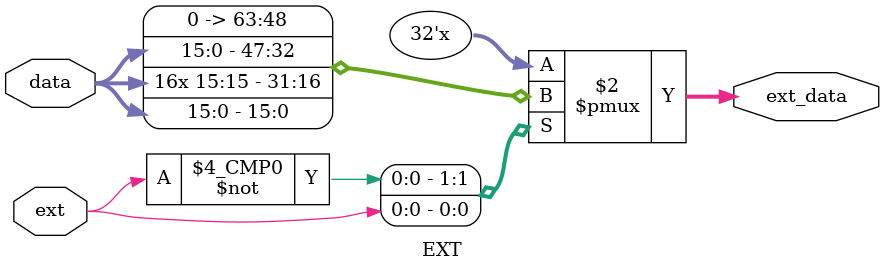
<source format=v>
`timescale 1ns / 1ps
module EXT(
    input wire ext,
	input wire [15:0] data,
	output reg [31:0] ext_data
    );
	
	always @(*)
	begin
		case(ext)
			0:	ext_data = {16'd0,data};	// 0 ÁãÀ©Õ¹
			1:	ext_data = {{16{data[15]}},data};	// 1 ·ûºÅÀ©Õ¹
			default:	ext_data = 32'dx;	
		endcase
	end

endmodule

</source>
